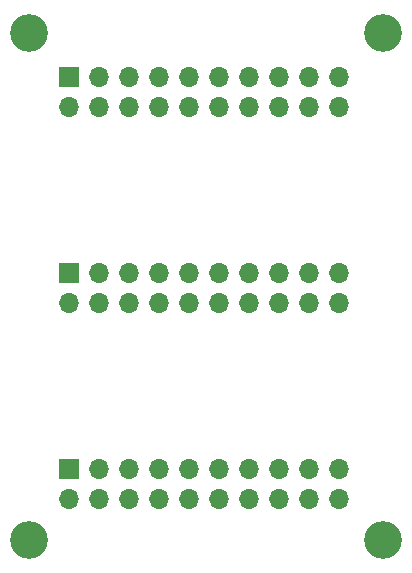
<source format=gbr>
%TF.GenerationSoftware,KiCad,Pcbnew,(6.0.9)*%
%TF.CreationDate,2022-11-26T13:39:16+01:00*%
%TF.ProjectId,backbone,6261636b-626f-46e6-952e-6b696361645f,rev?*%
%TF.SameCoordinates,Original*%
%TF.FileFunction,Soldermask,Bot*%
%TF.FilePolarity,Negative*%
%FSLAX46Y46*%
G04 Gerber Fmt 4.6, Leading zero omitted, Abs format (unit mm)*
G04 Created by KiCad (PCBNEW (6.0.9)) date 2022-11-26 13:39:16*
%MOMM*%
%LPD*%
G01*
G04 APERTURE LIST*
%ADD10C,3.200000*%
%ADD11R,1.700000X1.700000*%
%ADD12O,1.700000X1.700000*%
G04 APERTURE END LIST*
D10*
%TO.C,H4*%
X174000000Y-73000000D03*
%TD*%
D11*
%TO.C,J1*%
X147380000Y-109960000D03*
D12*
X147380000Y-112500000D03*
X149920000Y-109960000D03*
X149920000Y-112500000D03*
X152460000Y-109960000D03*
X152460000Y-112500000D03*
X155000000Y-109960000D03*
X155000000Y-112500000D03*
X157540000Y-109960000D03*
X157540000Y-112500000D03*
X160080000Y-109960000D03*
X160080000Y-112500000D03*
X162620000Y-109960000D03*
X162620000Y-112500000D03*
X165160000Y-109960000D03*
X165160000Y-112500000D03*
X167700000Y-109960000D03*
X167700000Y-112500000D03*
X170240000Y-109960000D03*
X170240000Y-112500000D03*
%TD*%
D10*
%TO.C,H1*%
X174000000Y-116000000D03*
%TD*%
%TO.C,H3*%
X144000000Y-73000000D03*
%TD*%
%TO.C,H2*%
X144000000Y-116000000D03*
%TD*%
D11*
%TO.C,J3*%
X147380000Y-76760000D03*
D12*
X147380000Y-79300000D03*
X149920000Y-76760000D03*
X149920000Y-79300000D03*
X152460000Y-76760000D03*
X152460000Y-79300000D03*
X155000000Y-76760000D03*
X155000000Y-79300000D03*
X157540000Y-76760000D03*
X157540000Y-79300000D03*
X160080000Y-76760000D03*
X160080000Y-79300000D03*
X162620000Y-76760000D03*
X162620000Y-79300000D03*
X165160000Y-76760000D03*
X165160000Y-79300000D03*
X167700000Y-76760000D03*
X167700000Y-79300000D03*
X170240000Y-76760000D03*
X170240000Y-79300000D03*
%TD*%
D11*
%TO.C,J2*%
X147380000Y-93360000D03*
D12*
X147380000Y-95900000D03*
X149920000Y-93360000D03*
X149920000Y-95900000D03*
X152460000Y-93360000D03*
X152460000Y-95900000D03*
X155000000Y-93360000D03*
X155000000Y-95900000D03*
X157540000Y-93360000D03*
X157540000Y-95900000D03*
X160080000Y-93360000D03*
X160080000Y-95900000D03*
X162620000Y-93360000D03*
X162620000Y-95900000D03*
X165160000Y-93360000D03*
X165160000Y-95900000D03*
X167700000Y-93360000D03*
X167700000Y-95900000D03*
X170240000Y-93360000D03*
X170240000Y-95900000D03*
%TD*%
M02*

</source>
